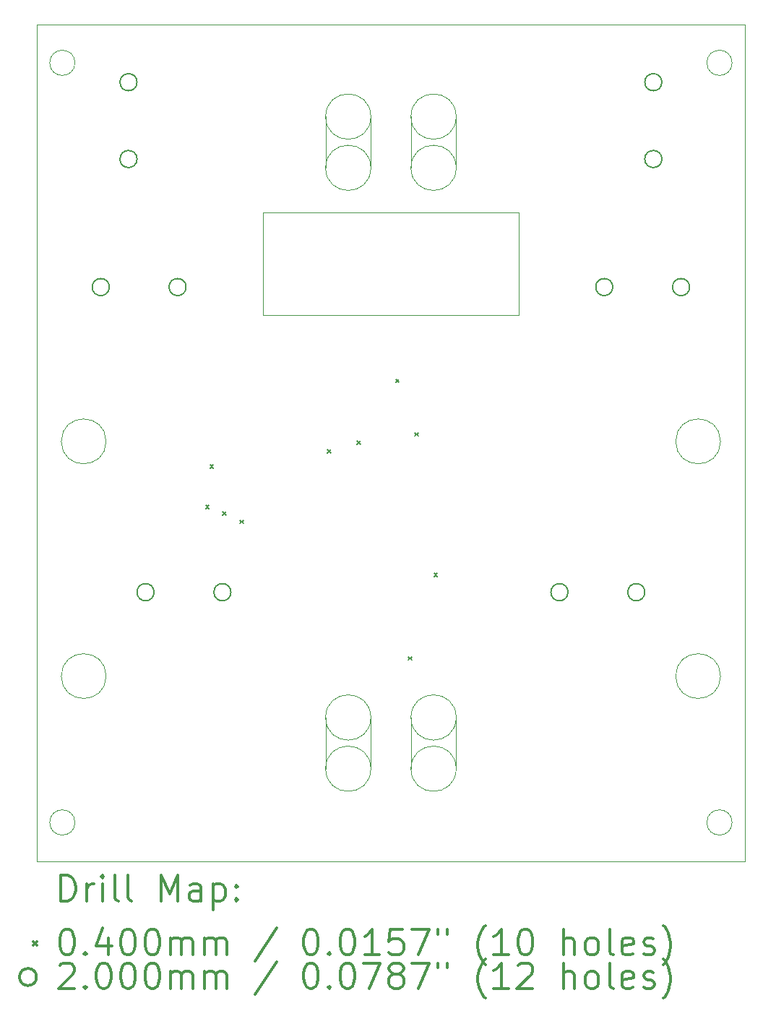
<source format=gbr>
%FSLAX45Y45*%
G04 Gerber Fmt 4.5, Leading zero omitted, Abs format (unit mm)*
G04 Created by KiCad (PCBNEW (5.1.10)-1) date 2022-05-06 13:28:45*
%MOMM*%
%LPD*%
G01*
G04 APERTURE LIST*
%TA.AperFunction,Profile*%
%ADD10C,0.050000*%
%TD*%
%ADD11C,0.200000*%
%ADD12C,0.300000*%
G04 APERTURE END LIST*
D10*
X12650000Y-7175000D02*
X15650000Y-7175000D01*
X15650000Y-8375000D02*
X15650000Y-8375000D01*
X15650000Y-7175000D02*
X15650000Y-8375000D01*
X12650000Y-8375000D02*
X12650000Y-7175000D01*
X12650000Y-8375000D02*
X12650000Y-8375000D01*
X14915000Y-13693000D02*
X14915000Y-13093000D01*
X14385000Y-13093000D02*
X14385000Y-13693000D01*
X13915000Y-13693000D02*
X13915000Y-13093000D01*
X13385000Y-13093000D02*
X13385000Y-13693000D01*
X14385000Y-6653000D02*
X14385000Y-6053000D01*
X14915000Y-6053000D02*
X14915000Y-6653000D01*
X14385000Y-6053000D02*
X14385000Y-6653000D01*
X13915000Y-6053000D02*
X13915000Y-6653000D01*
X13385000Y-6653000D02*
X13385000Y-6053000D01*
X15650000Y-8375000D02*
X12650000Y-8375000D01*
X14915000Y-6653000D02*
G75*
G03*
X14915000Y-6653000I-265000J0D01*
G01*
X14915000Y-6053000D02*
G75*
G03*
X14915000Y-6053000I-265000J0D01*
G01*
X13915000Y-6053000D02*
G75*
G03*
X13915000Y-6053000I-265000J0D01*
G01*
X13915000Y-6653000D02*
G75*
G03*
X13915000Y-6653000I-265000J0D01*
G01*
X13915000Y-13093000D02*
G75*
G03*
X13915000Y-13093000I-265000J0D01*
G01*
X13915000Y-13693000D02*
G75*
G03*
X13915000Y-13693000I-265000J0D01*
G01*
X14915000Y-13693000D02*
G75*
G03*
X14915000Y-13693000I-265000J0D01*
G01*
X14915000Y-13093000D02*
G75*
G03*
X14915000Y-13093000I-265000J0D01*
G01*
X18012500Y-9858000D02*
G75*
G03*
X18012500Y-9858000I-262500J0D01*
G01*
X18012500Y-12608000D02*
G75*
G03*
X18012500Y-12608000I-262500J0D01*
G01*
X10812500Y-12608000D02*
G75*
G03*
X10812500Y-12608000I-262500J0D01*
G01*
X10812500Y-9858000D02*
G75*
G03*
X10812500Y-9858000I-262500J0D01*
G01*
X18147500Y-5423000D02*
G75*
G03*
X18147500Y-5423000I-147500J0D01*
G01*
X10447500Y-5423000D02*
G75*
G03*
X10447500Y-5423000I-147500J0D01*
G01*
X10447500Y-14323000D02*
G75*
G03*
X10447500Y-14323000I-147500J0D01*
G01*
X18147500Y-14323000D02*
G75*
G03*
X18147500Y-14323000I-147500J0D01*
G01*
X18300000Y-4975000D02*
X10000000Y-4975000D01*
X18300000Y-14775000D02*
X18300000Y-4975000D01*
X10000000Y-14775000D02*
X18300000Y-14775000D01*
X10000000Y-4975000D02*
X10000000Y-14775000D01*
D11*
X11980000Y-10605000D02*
X12020000Y-10645000D01*
X12020000Y-10605000D02*
X11980000Y-10645000D01*
X12030000Y-10130000D02*
X12070000Y-10170000D01*
X12070000Y-10130000D02*
X12030000Y-10170000D01*
X12180000Y-10680000D02*
X12220000Y-10720000D01*
X12220000Y-10680000D02*
X12180000Y-10720000D01*
X12380000Y-10780000D02*
X12420000Y-10820000D01*
X12420000Y-10780000D02*
X12380000Y-10820000D01*
X13405000Y-9955000D02*
X13445000Y-9995000D01*
X13445000Y-9955000D02*
X13405000Y-9995000D01*
X13755000Y-9855000D02*
X13795000Y-9895000D01*
X13795000Y-9855000D02*
X13755000Y-9895000D01*
X14205000Y-9130000D02*
X14245000Y-9170000D01*
X14245000Y-9130000D02*
X14205000Y-9170000D01*
X14355000Y-12380000D02*
X14395000Y-12420000D01*
X14395000Y-12380000D02*
X14355000Y-12420000D01*
X14430000Y-9755000D02*
X14470000Y-9795000D01*
X14470000Y-9755000D02*
X14430000Y-9795000D01*
X14655000Y-11405000D02*
X14695000Y-11445000D01*
X14695000Y-11405000D02*
X14655000Y-11445000D01*
X10850000Y-8050000D02*
G75*
G03*
X10850000Y-8050000I-100000J0D01*
G01*
X11175000Y-5650000D02*
G75*
G03*
X11175000Y-5650000I-100000J0D01*
G01*
X11175000Y-6550000D02*
G75*
G03*
X11175000Y-6550000I-100000J0D01*
G01*
X11375000Y-11625000D02*
G75*
G03*
X11375000Y-11625000I-100000J0D01*
G01*
X11750000Y-8050000D02*
G75*
G03*
X11750000Y-8050000I-100000J0D01*
G01*
X12275000Y-11625000D02*
G75*
G03*
X12275000Y-11625000I-100000J0D01*
G01*
X16225000Y-11625000D02*
G75*
G03*
X16225000Y-11625000I-100000J0D01*
G01*
X16750000Y-8050000D02*
G75*
G03*
X16750000Y-8050000I-100000J0D01*
G01*
X17125000Y-11625000D02*
G75*
G03*
X17125000Y-11625000I-100000J0D01*
G01*
X17325000Y-5650000D02*
G75*
G03*
X17325000Y-5650000I-100000J0D01*
G01*
X17325000Y-6550000D02*
G75*
G03*
X17325000Y-6550000I-100000J0D01*
G01*
X17650000Y-8050000D02*
G75*
G03*
X17650000Y-8050000I-100000J0D01*
G01*
D12*
X10283928Y-15243214D02*
X10283928Y-14943214D01*
X10355357Y-14943214D01*
X10398214Y-14957500D01*
X10426786Y-14986071D01*
X10441071Y-15014643D01*
X10455357Y-15071786D01*
X10455357Y-15114643D01*
X10441071Y-15171786D01*
X10426786Y-15200357D01*
X10398214Y-15228929D01*
X10355357Y-15243214D01*
X10283928Y-15243214D01*
X10583928Y-15243214D02*
X10583928Y-15043214D01*
X10583928Y-15100357D02*
X10598214Y-15071786D01*
X10612500Y-15057500D01*
X10641071Y-15043214D01*
X10669643Y-15043214D01*
X10769643Y-15243214D02*
X10769643Y-15043214D01*
X10769643Y-14943214D02*
X10755357Y-14957500D01*
X10769643Y-14971786D01*
X10783928Y-14957500D01*
X10769643Y-14943214D01*
X10769643Y-14971786D01*
X10955357Y-15243214D02*
X10926786Y-15228929D01*
X10912500Y-15200357D01*
X10912500Y-14943214D01*
X11112500Y-15243214D02*
X11083928Y-15228929D01*
X11069643Y-15200357D01*
X11069643Y-14943214D01*
X11455357Y-15243214D02*
X11455357Y-14943214D01*
X11555357Y-15157500D01*
X11655357Y-14943214D01*
X11655357Y-15243214D01*
X11926786Y-15243214D02*
X11926786Y-15086071D01*
X11912500Y-15057500D01*
X11883928Y-15043214D01*
X11826786Y-15043214D01*
X11798214Y-15057500D01*
X11926786Y-15228929D02*
X11898214Y-15243214D01*
X11826786Y-15243214D01*
X11798214Y-15228929D01*
X11783928Y-15200357D01*
X11783928Y-15171786D01*
X11798214Y-15143214D01*
X11826786Y-15128929D01*
X11898214Y-15128929D01*
X11926786Y-15114643D01*
X12069643Y-15043214D02*
X12069643Y-15343214D01*
X12069643Y-15057500D02*
X12098214Y-15043214D01*
X12155357Y-15043214D01*
X12183928Y-15057500D01*
X12198214Y-15071786D01*
X12212500Y-15100357D01*
X12212500Y-15186071D01*
X12198214Y-15214643D01*
X12183928Y-15228929D01*
X12155357Y-15243214D01*
X12098214Y-15243214D01*
X12069643Y-15228929D01*
X12341071Y-15214643D02*
X12355357Y-15228929D01*
X12341071Y-15243214D01*
X12326786Y-15228929D01*
X12341071Y-15214643D01*
X12341071Y-15243214D01*
X12341071Y-15057500D02*
X12355357Y-15071786D01*
X12341071Y-15086071D01*
X12326786Y-15071786D01*
X12341071Y-15057500D01*
X12341071Y-15086071D01*
X9957500Y-15717500D02*
X9997500Y-15757500D01*
X9997500Y-15717500D02*
X9957500Y-15757500D01*
X10341071Y-15573214D02*
X10369643Y-15573214D01*
X10398214Y-15587500D01*
X10412500Y-15601786D01*
X10426786Y-15630357D01*
X10441071Y-15687500D01*
X10441071Y-15758929D01*
X10426786Y-15816071D01*
X10412500Y-15844643D01*
X10398214Y-15858929D01*
X10369643Y-15873214D01*
X10341071Y-15873214D01*
X10312500Y-15858929D01*
X10298214Y-15844643D01*
X10283928Y-15816071D01*
X10269643Y-15758929D01*
X10269643Y-15687500D01*
X10283928Y-15630357D01*
X10298214Y-15601786D01*
X10312500Y-15587500D01*
X10341071Y-15573214D01*
X10569643Y-15844643D02*
X10583928Y-15858929D01*
X10569643Y-15873214D01*
X10555357Y-15858929D01*
X10569643Y-15844643D01*
X10569643Y-15873214D01*
X10841071Y-15673214D02*
X10841071Y-15873214D01*
X10769643Y-15558929D02*
X10698214Y-15773214D01*
X10883928Y-15773214D01*
X11055357Y-15573214D02*
X11083928Y-15573214D01*
X11112500Y-15587500D01*
X11126786Y-15601786D01*
X11141071Y-15630357D01*
X11155357Y-15687500D01*
X11155357Y-15758929D01*
X11141071Y-15816071D01*
X11126786Y-15844643D01*
X11112500Y-15858929D01*
X11083928Y-15873214D01*
X11055357Y-15873214D01*
X11026786Y-15858929D01*
X11012500Y-15844643D01*
X10998214Y-15816071D01*
X10983928Y-15758929D01*
X10983928Y-15687500D01*
X10998214Y-15630357D01*
X11012500Y-15601786D01*
X11026786Y-15587500D01*
X11055357Y-15573214D01*
X11341071Y-15573214D02*
X11369643Y-15573214D01*
X11398214Y-15587500D01*
X11412500Y-15601786D01*
X11426786Y-15630357D01*
X11441071Y-15687500D01*
X11441071Y-15758929D01*
X11426786Y-15816071D01*
X11412500Y-15844643D01*
X11398214Y-15858929D01*
X11369643Y-15873214D01*
X11341071Y-15873214D01*
X11312500Y-15858929D01*
X11298214Y-15844643D01*
X11283928Y-15816071D01*
X11269643Y-15758929D01*
X11269643Y-15687500D01*
X11283928Y-15630357D01*
X11298214Y-15601786D01*
X11312500Y-15587500D01*
X11341071Y-15573214D01*
X11569643Y-15873214D02*
X11569643Y-15673214D01*
X11569643Y-15701786D02*
X11583928Y-15687500D01*
X11612500Y-15673214D01*
X11655357Y-15673214D01*
X11683928Y-15687500D01*
X11698214Y-15716071D01*
X11698214Y-15873214D01*
X11698214Y-15716071D02*
X11712500Y-15687500D01*
X11741071Y-15673214D01*
X11783928Y-15673214D01*
X11812500Y-15687500D01*
X11826786Y-15716071D01*
X11826786Y-15873214D01*
X11969643Y-15873214D02*
X11969643Y-15673214D01*
X11969643Y-15701786D02*
X11983928Y-15687500D01*
X12012500Y-15673214D01*
X12055357Y-15673214D01*
X12083928Y-15687500D01*
X12098214Y-15716071D01*
X12098214Y-15873214D01*
X12098214Y-15716071D02*
X12112500Y-15687500D01*
X12141071Y-15673214D01*
X12183928Y-15673214D01*
X12212500Y-15687500D01*
X12226786Y-15716071D01*
X12226786Y-15873214D01*
X12812500Y-15558929D02*
X12555357Y-15944643D01*
X13198214Y-15573214D02*
X13226786Y-15573214D01*
X13255357Y-15587500D01*
X13269643Y-15601786D01*
X13283928Y-15630357D01*
X13298214Y-15687500D01*
X13298214Y-15758929D01*
X13283928Y-15816071D01*
X13269643Y-15844643D01*
X13255357Y-15858929D01*
X13226786Y-15873214D01*
X13198214Y-15873214D01*
X13169643Y-15858929D01*
X13155357Y-15844643D01*
X13141071Y-15816071D01*
X13126786Y-15758929D01*
X13126786Y-15687500D01*
X13141071Y-15630357D01*
X13155357Y-15601786D01*
X13169643Y-15587500D01*
X13198214Y-15573214D01*
X13426786Y-15844643D02*
X13441071Y-15858929D01*
X13426786Y-15873214D01*
X13412500Y-15858929D01*
X13426786Y-15844643D01*
X13426786Y-15873214D01*
X13626786Y-15573214D02*
X13655357Y-15573214D01*
X13683928Y-15587500D01*
X13698214Y-15601786D01*
X13712500Y-15630357D01*
X13726786Y-15687500D01*
X13726786Y-15758929D01*
X13712500Y-15816071D01*
X13698214Y-15844643D01*
X13683928Y-15858929D01*
X13655357Y-15873214D01*
X13626786Y-15873214D01*
X13598214Y-15858929D01*
X13583928Y-15844643D01*
X13569643Y-15816071D01*
X13555357Y-15758929D01*
X13555357Y-15687500D01*
X13569643Y-15630357D01*
X13583928Y-15601786D01*
X13598214Y-15587500D01*
X13626786Y-15573214D01*
X14012500Y-15873214D02*
X13841071Y-15873214D01*
X13926786Y-15873214D02*
X13926786Y-15573214D01*
X13898214Y-15616071D01*
X13869643Y-15644643D01*
X13841071Y-15658929D01*
X14283928Y-15573214D02*
X14141071Y-15573214D01*
X14126786Y-15716071D01*
X14141071Y-15701786D01*
X14169643Y-15687500D01*
X14241071Y-15687500D01*
X14269643Y-15701786D01*
X14283928Y-15716071D01*
X14298214Y-15744643D01*
X14298214Y-15816071D01*
X14283928Y-15844643D01*
X14269643Y-15858929D01*
X14241071Y-15873214D01*
X14169643Y-15873214D01*
X14141071Y-15858929D01*
X14126786Y-15844643D01*
X14398214Y-15573214D02*
X14598214Y-15573214D01*
X14469643Y-15873214D01*
X14698214Y-15573214D02*
X14698214Y-15630357D01*
X14812500Y-15573214D02*
X14812500Y-15630357D01*
X15255357Y-15987500D02*
X15241071Y-15973214D01*
X15212500Y-15930357D01*
X15198214Y-15901786D01*
X15183928Y-15858929D01*
X15169643Y-15787500D01*
X15169643Y-15730357D01*
X15183928Y-15658929D01*
X15198214Y-15616071D01*
X15212500Y-15587500D01*
X15241071Y-15544643D01*
X15255357Y-15530357D01*
X15526786Y-15873214D02*
X15355357Y-15873214D01*
X15441071Y-15873214D02*
X15441071Y-15573214D01*
X15412500Y-15616071D01*
X15383928Y-15644643D01*
X15355357Y-15658929D01*
X15712500Y-15573214D02*
X15741071Y-15573214D01*
X15769643Y-15587500D01*
X15783928Y-15601786D01*
X15798214Y-15630357D01*
X15812500Y-15687500D01*
X15812500Y-15758929D01*
X15798214Y-15816071D01*
X15783928Y-15844643D01*
X15769643Y-15858929D01*
X15741071Y-15873214D01*
X15712500Y-15873214D01*
X15683928Y-15858929D01*
X15669643Y-15844643D01*
X15655357Y-15816071D01*
X15641071Y-15758929D01*
X15641071Y-15687500D01*
X15655357Y-15630357D01*
X15669643Y-15601786D01*
X15683928Y-15587500D01*
X15712500Y-15573214D01*
X16169643Y-15873214D02*
X16169643Y-15573214D01*
X16298214Y-15873214D02*
X16298214Y-15716071D01*
X16283928Y-15687500D01*
X16255357Y-15673214D01*
X16212500Y-15673214D01*
X16183928Y-15687500D01*
X16169643Y-15701786D01*
X16483928Y-15873214D02*
X16455357Y-15858929D01*
X16441071Y-15844643D01*
X16426786Y-15816071D01*
X16426786Y-15730357D01*
X16441071Y-15701786D01*
X16455357Y-15687500D01*
X16483928Y-15673214D01*
X16526786Y-15673214D01*
X16555357Y-15687500D01*
X16569643Y-15701786D01*
X16583928Y-15730357D01*
X16583928Y-15816071D01*
X16569643Y-15844643D01*
X16555357Y-15858929D01*
X16526786Y-15873214D01*
X16483928Y-15873214D01*
X16755357Y-15873214D02*
X16726786Y-15858929D01*
X16712500Y-15830357D01*
X16712500Y-15573214D01*
X16983928Y-15858929D02*
X16955357Y-15873214D01*
X16898214Y-15873214D01*
X16869643Y-15858929D01*
X16855357Y-15830357D01*
X16855357Y-15716071D01*
X16869643Y-15687500D01*
X16898214Y-15673214D01*
X16955357Y-15673214D01*
X16983928Y-15687500D01*
X16998214Y-15716071D01*
X16998214Y-15744643D01*
X16855357Y-15773214D01*
X17112500Y-15858929D02*
X17141071Y-15873214D01*
X17198214Y-15873214D01*
X17226786Y-15858929D01*
X17241071Y-15830357D01*
X17241071Y-15816071D01*
X17226786Y-15787500D01*
X17198214Y-15773214D01*
X17155357Y-15773214D01*
X17126786Y-15758929D01*
X17112500Y-15730357D01*
X17112500Y-15716071D01*
X17126786Y-15687500D01*
X17155357Y-15673214D01*
X17198214Y-15673214D01*
X17226786Y-15687500D01*
X17341071Y-15987500D02*
X17355357Y-15973214D01*
X17383928Y-15930357D01*
X17398214Y-15901786D01*
X17412500Y-15858929D01*
X17426786Y-15787500D01*
X17426786Y-15730357D01*
X17412500Y-15658929D01*
X17398214Y-15616071D01*
X17383928Y-15587500D01*
X17355357Y-15544643D01*
X17341071Y-15530357D01*
X9997500Y-16133500D02*
G75*
G03*
X9997500Y-16133500I-100000J0D01*
G01*
X10269643Y-15997786D02*
X10283928Y-15983500D01*
X10312500Y-15969214D01*
X10383928Y-15969214D01*
X10412500Y-15983500D01*
X10426786Y-15997786D01*
X10441071Y-16026357D01*
X10441071Y-16054929D01*
X10426786Y-16097786D01*
X10255357Y-16269214D01*
X10441071Y-16269214D01*
X10569643Y-16240643D02*
X10583928Y-16254929D01*
X10569643Y-16269214D01*
X10555357Y-16254929D01*
X10569643Y-16240643D01*
X10569643Y-16269214D01*
X10769643Y-15969214D02*
X10798214Y-15969214D01*
X10826786Y-15983500D01*
X10841071Y-15997786D01*
X10855357Y-16026357D01*
X10869643Y-16083500D01*
X10869643Y-16154929D01*
X10855357Y-16212071D01*
X10841071Y-16240643D01*
X10826786Y-16254929D01*
X10798214Y-16269214D01*
X10769643Y-16269214D01*
X10741071Y-16254929D01*
X10726786Y-16240643D01*
X10712500Y-16212071D01*
X10698214Y-16154929D01*
X10698214Y-16083500D01*
X10712500Y-16026357D01*
X10726786Y-15997786D01*
X10741071Y-15983500D01*
X10769643Y-15969214D01*
X11055357Y-15969214D02*
X11083928Y-15969214D01*
X11112500Y-15983500D01*
X11126786Y-15997786D01*
X11141071Y-16026357D01*
X11155357Y-16083500D01*
X11155357Y-16154929D01*
X11141071Y-16212071D01*
X11126786Y-16240643D01*
X11112500Y-16254929D01*
X11083928Y-16269214D01*
X11055357Y-16269214D01*
X11026786Y-16254929D01*
X11012500Y-16240643D01*
X10998214Y-16212071D01*
X10983928Y-16154929D01*
X10983928Y-16083500D01*
X10998214Y-16026357D01*
X11012500Y-15997786D01*
X11026786Y-15983500D01*
X11055357Y-15969214D01*
X11341071Y-15969214D02*
X11369643Y-15969214D01*
X11398214Y-15983500D01*
X11412500Y-15997786D01*
X11426786Y-16026357D01*
X11441071Y-16083500D01*
X11441071Y-16154929D01*
X11426786Y-16212071D01*
X11412500Y-16240643D01*
X11398214Y-16254929D01*
X11369643Y-16269214D01*
X11341071Y-16269214D01*
X11312500Y-16254929D01*
X11298214Y-16240643D01*
X11283928Y-16212071D01*
X11269643Y-16154929D01*
X11269643Y-16083500D01*
X11283928Y-16026357D01*
X11298214Y-15997786D01*
X11312500Y-15983500D01*
X11341071Y-15969214D01*
X11569643Y-16269214D02*
X11569643Y-16069214D01*
X11569643Y-16097786D02*
X11583928Y-16083500D01*
X11612500Y-16069214D01*
X11655357Y-16069214D01*
X11683928Y-16083500D01*
X11698214Y-16112071D01*
X11698214Y-16269214D01*
X11698214Y-16112071D02*
X11712500Y-16083500D01*
X11741071Y-16069214D01*
X11783928Y-16069214D01*
X11812500Y-16083500D01*
X11826786Y-16112071D01*
X11826786Y-16269214D01*
X11969643Y-16269214D02*
X11969643Y-16069214D01*
X11969643Y-16097786D02*
X11983928Y-16083500D01*
X12012500Y-16069214D01*
X12055357Y-16069214D01*
X12083928Y-16083500D01*
X12098214Y-16112071D01*
X12098214Y-16269214D01*
X12098214Y-16112071D02*
X12112500Y-16083500D01*
X12141071Y-16069214D01*
X12183928Y-16069214D01*
X12212500Y-16083500D01*
X12226786Y-16112071D01*
X12226786Y-16269214D01*
X12812500Y-15954929D02*
X12555357Y-16340643D01*
X13198214Y-15969214D02*
X13226786Y-15969214D01*
X13255357Y-15983500D01*
X13269643Y-15997786D01*
X13283928Y-16026357D01*
X13298214Y-16083500D01*
X13298214Y-16154929D01*
X13283928Y-16212071D01*
X13269643Y-16240643D01*
X13255357Y-16254929D01*
X13226786Y-16269214D01*
X13198214Y-16269214D01*
X13169643Y-16254929D01*
X13155357Y-16240643D01*
X13141071Y-16212071D01*
X13126786Y-16154929D01*
X13126786Y-16083500D01*
X13141071Y-16026357D01*
X13155357Y-15997786D01*
X13169643Y-15983500D01*
X13198214Y-15969214D01*
X13426786Y-16240643D02*
X13441071Y-16254929D01*
X13426786Y-16269214D01*
X13412500Y-16254929D01*
X13426786Y-16240643D01*
X13426786Y-16269214D01*
X13626786Y-15969214D02*
X13655357Y-15969214D01*
X13683928Y-15983500D01*
X13698214Y-15997786D01*
X13712500Y-16026357D01*
X13726786Y-16083500D01*
X13726786Y-16154929D01*
X13712500Y-16212071D01*
X13698214Y-16240643D01*
X13683928Y-16254929D01*
X13655357Y-16269214D01*
X13626786Y-16269214D01*
X13598214Y-16254929D01*
X13583928Y-16240643D01*
X13569643Y-16212071D01*
X13555357Y-16154929D01*
X13555357Y-16083500D01*
X13569643Y-16026357D01*
X13583928Y-15997786D01*
X13598214Y-15983500D01*
X13626786Y-15969214D01*
X13826786Y-15969214D02*
X14026786Y-15969214D01*
X13898214Y-16269214D01*
X14183928Y-16097786D02*
X14155357Y-16083500D01*
X14141071Y-16069214D01*
X14126786Y-16040643D01*
X14126786Y-16026357D01*
X14141071Y-15997786D01*
X14155357Y-15983500D01*
X14183928Y-15969214D01*
X14241071Y-15969214D01*
X14269643Y-15983500D01*
X14283928Y-15997786D01*
X14298214Y-16026357D01*
X14298214Y-16040643D01*
X14283928Y-16069214D01*
X14269643Y-16083500D01*
X14241071Y-16097786D01*
X14183928Y-16097786D01*
X14155357Y-16112071D01*
X14141071Y-16126357D01*
X14126786Y-16154929D01*
X14126786Y-16212071D01*
X14141071Y-16240643D01*
X14155357Y-16254929D01*
X14183928Y-16269214D01*
X14241071Y-16269214D01*
X14269643Y-16254929D01*
X14283928Y-16240643D01*
X14298214Y-16212071D01*
X14298214Y-16154929D01*
X14283928Y-16126357D01*
X14269643Y-16112071D01*
X14241071Y-16097786D01*
X14398214Y-15969214D02*
X14598214Y-15969214D01*
X14469643Y-16269214D01*
X14698214Y-15969214D02*
X14698214Y-16026357D01*
X14812500Y-15969214D02*
X14812500Y-16026357D01*
X15255357Y-16383500D02*
X15241071Y-16369214D01*
X15212500Y-16326357D01*
X15198214Y-16297786D01*
X15183928Y-16254929D01*
X15169643Y-16183500D01*
X15169643Y-16126357D01*
X15183928Y-16054929D01*
X15198214Y-16012071D01*
X15212500Y-15983500D01*
X15241071Y-15940643D01*
X15255357Y-15926357D01*
X15526786Y-16269214D02*
X15355357Y-16269214D01*
X15441071Y-16269214D02*
X15441071Y-15969214D01*
X15412500Y-16012071D01*
X15383928Y-16040643D01*
X15355357Y-16054929D01*
X15641071Y-15997786D02*
X15655357Y-15983500D01*
X15683928Y-15969214D01*
X15755357Y-15969214D01*
X15783928Y-15983500D01*
X15798214Y-15997786D01*
X15812500Y-16026357D01*
X15812500Y-16054929D01*
X15798214Y-16097786D01*
X15626786Y-16269214D01*
X15812500Y-16269214D01*
X16169643Y-16269214D02*
X16169643Y-15969214D01*
X16298214Y-16269214D02*
X16298214Y-16112071D01*
X16283928Y-16083500D01*
X16255357Y-16069214D01*
X16212500Y-16069214D01*
X16183928Y-16083500D01*
X16169643Y-16097786D01*
X16483928Y-16269214D02*
X16455357Y-16254929D01*
X16441071Y-16240643D01*
X16426786Y-16212071D01*
X16426786Y-16126357D01*
X16441071Y-16097786D01*
X16455357Y-16083500D01*
X16483928Y-16069214D01*
X16526786Y-16069214D01*
X16555357Y-16083500D01*
X16569643Y-16097786D01*
X16583928Y-16126357D01*
X16583928Y-16212071D01*
X16569643Y-16240643D01*
X16555357Y-16254929D01*
X16526786Y-16269214D01*
X16483928Y-16269214D01*
X16755357Y-16269214D02*
X16726786Y-16254929D01*
X16712500Y-16226357D01*
X16712500Y-15969214D01*
X16983928Y-16254929D02*
X16955357Y-16269214D01*
X16898214Y-16269214D01*
X16869643Y-16254929D01*
X16855357Y-16226357D01*
X16855357Y-16112071D01*
X16869643Y-16083500D01*
X16898214Y-16069214D01*
X16955357Y-16069214D01*
X16983928Y-16083500D01*
X16998214Y-16112071D01*
X16998214Y-16140643D01*
X16855357Y-16169214D01*
X17112500Y-16254929D02*
X17141071Y-16269214D01*
X17198214Y-16269214D01*
X17226786Y-16254929D01*
X17241071Y-16226357D01*
X17241071Y-16212071D01*
X17226786Y-16183500D01*
X17198214Y-16169214D01*
X17155357Y-16169214D01*
X17126786Y-16154929D01*
X17112500Y-16126357D01*
X17112500Y-16112071D01*
X17126786Y-16083500D01*
X17155357Y-16069214D01*
X17198214Y-16069214D01*
X17226786Y-16083500D01*
X17341071Y-16383500D02*
X17355357Y-16369214D01*
X17383928Y-16326357D01*
X17398214Y-16297786D01*
X17412500Y-16254929D01*
X17426786Y-16183500D01*
X17426786Y-16126357D01*
X17412500Y-16054929D01*
X17398214Y-16012071D01*
X17383928Y-15983500D01*
X17355357Y-15940643D01*
X17341071Y-15926357D01*
M02*

</source>
